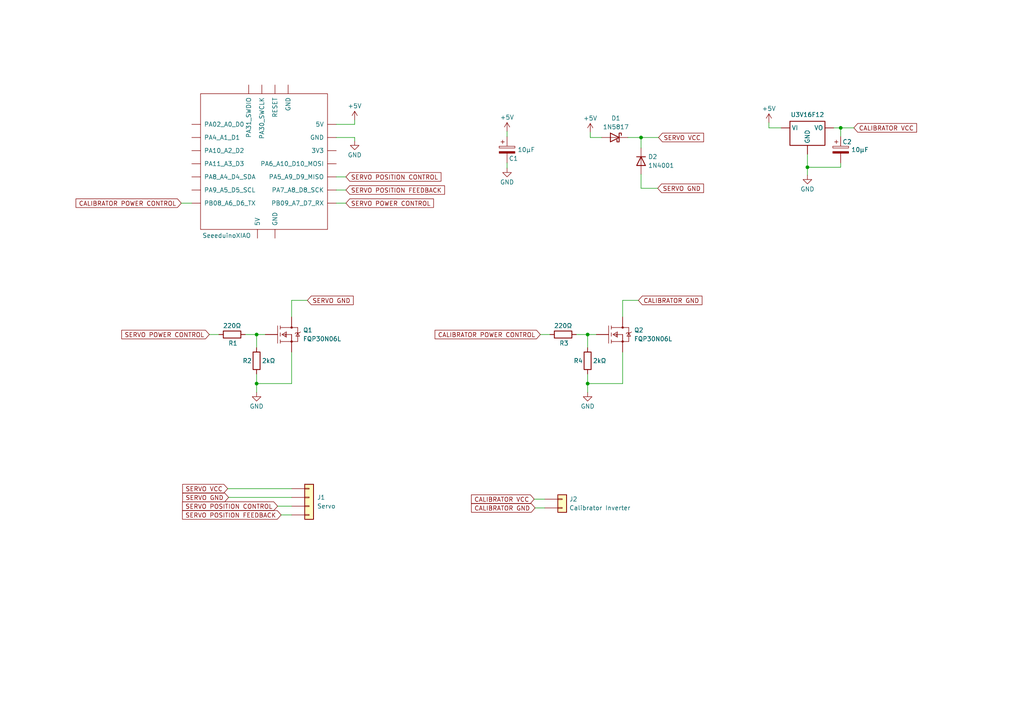
<source format=kicad_sch>
(kicad_sch (version 20230121) (generator eeschema)
  (paper "A4")
  (title_block (title "Telescope Cover & Spectral Calibrator") (date "2024-04-20") (rev "1.0") (company "Dark Sky Geek") (comment 3 "License: MIT") (comment 4 "Author: Julien Lecomte"))
  (lib_symbols
    (symbol "Connector_Generic:Conn_01x02" (pin_numbers hide) (pin_names (offset 1.016) hide)
      (property "Reference" "J" (at 0 2.54 0))
      (property "Value" "Conn_01x02" (at 0 -5.08 0))
      (symbol "Conn_01x02_1_1"
        (rectangle (start -1.27 -2.413) (end 0 -2.667) (stroke (width 0.1524)))
        (rectangle (start -1.27 0.127) (end 0 -0.127) (stroke (width 0.1524)))
        (rectangle (start -1.27 1.27) (end 1.27 -3.81) (stroke (width 0.254)) (fill (type background)))
        (pin passive line (at -5.08 0 0) (length 3.81) (name "Pin_1") (number "1"))
        (pin passive line (at -5.08 -2.54 0) (length 3.81) (name "Pin_2") (number "2"))
      )
    )
    (symbol "Connector_Generic:Conn_01x04" (pin_numbers hide) (pin_names (offset 1.016) hide)
      (property "Reference" "J" (at 0 5.08 0))
      (property "Value" "Conn_01x04" (at 0 -7.62 0))
      (symbol "Conn_01x04_1_1"
        (rectangle (start -1.27 -4.953) (end 0 -5.207) (stroke (width 0.1524)))
        (rectangle (start -1.27 -2.413) (end 0 -2.667) (stroke (width 0.1524)))
        (rectangle (start -1.27 0.127) (end 0 -0.127) (stroke (width 0.1524)))
        (rectangle (start -1.27 2.667) (end 0 2.413) (stroke (width 0.1524)))
        (rectangle (start -1.27 3.81) (end 1.27 -6.35) (stroke (width 0.254)) (fill (type background)))
        (pin passive line (at -5.08 2.54 0) (length 3.81) (name "Pin_1") (number "1"))
        (pin passive line (at -5.08 0 0) (length 3.81) (name "Pin_2") (number "2"))
        (pin passive line (at -5.08 -2.54 0) (length 3.81) (name "Pin_3") (number "3"))
        (pin passive line (at -5.08 -5.08 0) (length 3.81) (name "Pin_4") (number "4"))
      )
    )
    (symbol "DarkSkyGeek_KiCad_Symbol_Library:FQP30N06L" (pin_numbers hide) (pin_names (offset 1.016) hide)
      (property "Reference" "Q" (at 0 7.62 0))
      (property "Value" "FQP30N06L" (at 0 10.16 0))
      (symbol "FQP30N06L_1_1"
        (polyline (pts (xy 6.096 -2.54) (xy 6.096 2.54)))
        (polyline (pts (xy 6.858 -2.032) (xy 10.16 -2.032)))
        (polyline (pts (xy 6.858 -1.524) (xy 6.858 -2.54)))
        (polyline (pts (xy 6.858 0.508) (xy 6.858 -0.508)))
        (polyline (pts (xy 6.858 1.524) (xy 6.858 2.54)))
        (polyline (pts (xy 6.858 2.032) (xy 10.16 2.032)))
        (polyline (pts (xy 7.366 0) (xy 8.636 -0.762)))
        (polyline (pts (xy 7.366 0) (xy 8.636 0.762)))
        (polyline (pts (xy 7.62 0) (xy 10.16 0)))
        (polyline (pts (xy 8.382 0.254) (xy 8.382 -0.508)))
        (polyline (pts (xy 8.636 0.762) (xy 8.636 -0.762)))
        (polyline (pts (xy 10.16 -2.032) (xy 11.938 -2.032)))
        (polyline (pts (xy 11.43 -0.508) (xy 12.446 -0.508)))
        (polyline (pts (xy 11.43 0.508) (xy 11.176 0.254)))
        (polyline (pts (xy 11.938 -2.032) (xy 11.938 2.032)))
        (polyline (pts (xy 11.938 0.508) (xy 11.43 -0.508)))
        (polyline (pts (xy 11.938 0.508) (xy 11.43 0.508)))
        (polyline (pts (xy 11.938 0.508) (xy 12.446 0.508)))
        (polyline (pts (xy 11.938 2.032) (xy 10.16 2.032)))
        (polyline (pts (xy 12.446 -0.508) (xy 11.938 0.508)))
        (polyline (pts (xy 12.446 0.508) (xy 12.7 0.762)))
        (circle (center 10.16 -2.032) (radius 0.254))
        (circle (center 10.16 2.032) (radius 0.254))
        (pin unspecified line (at 2.54 0 0) (length 3.556) (name "G") (number "1"))
        (pin unspecified line (at 10.16 5.08 270) (length 3.048) (name "D") (number "2"))
        (pin unspecified line (at 10.16 -5.08 90) (length 5.08) (name "S") (number "3"))
      )
    )
    (symbol "DarkSkyGeek_KiCad_Symbol_Library:U3V16F12" (pin_numbers hide)
      (property "Reference" "U" (at 6.35 -3.302 0))
      (property "Value" "U3V16F12" (at 7.62 -7.62 0))
      (symbol "U3V16F12_1_1"
        (rectangle (start -5.08 1.905) (end 5.08 -5.08) (stroke (width 0.254)))
        (pin power_in line (at -7.62 0 0) (length 2.54) (name "VI") (number "1"))
        (pin passive line (at 0 -7.62 90) (length 2.54) (name "GND") (number "2"))
        (pin power_out line (at 7.62 0 180) (length 2.54) (name "VO") (number "3"))
      )
    )
    (symbol "Device:C_Polarized" (pin_numbers hide) (pin_names (offset 0.254))
      (property "Reference" "C" (at 0.635 2.54 0))
      (property "Value" "C_Polarized" (at 0.635 -2.54 0))
      (symbol "C_Polarized_0_1"
        (rectangle (start -2.286 0.508) (end 2.286 1.016))
        (polyline (pts (xy -1.778 2.286) (xy -0.762 2.286)))
        (polyline (pts (xy -1.27 2.794) (xy -1.27 1.778)))
        (rectangle (start 2.286 -0.508) (end -2.286 -1.016) (fill (type outline)))
      )
      (symbol "C_Polarized_1_1"
        (pin passive line (at 0 3.81 270) (length 2.794) (name "~") (number "1"))
        (pin passive line (at 0 -3.81 90) (length 2.794) (name "~") (number "2"))
      )
    )
    (symbol "Device:R" (pin_numbers hide) (pin_names (offset 0))
      (property "Reference" "R" (at 2.032 0 90))
      (property "Value" "R" (at 0 0 90))
      (symbol "R_0_1"
        (rectangle (start -1.016 -2.54) (end 1.016 2.54) (stroke (width 0.254)))
      )
      (symbol "R_1_1"
        (pin passive line (at 0 3.81 270) (length 1.27) (name "~") (number "1"))
        (pin passive line (at 0 -3.81 90) (length 1.27) (name "~") (number "2"))
      )
    )
    (symbol "Diode:1N4001" (pin_numbers hide) (pin_names hide)
      (property "Reference" "D" (at 0 2.54 0))
      (property "Value" "1N4001" (at 0 -2.54 0))
      (symbol "1N4001_0_1"
        (polyline (pts (xy -1.27 1.27) (xy -1.27 -1.27)) (stroke (width 0.254)))
        (polyline (pts (xy 1.27 0) (xy -1.27 0)))
        (polyline (pts (xy 1.27 1.27) (xy 1.27 -1.27) (xy -1.27 0) (xy 1.27 1.27)) (stroke (width 0.254)))
      )
      (symbol "1N4001_1_1"
        (pin passive line (at -3.81 0 0) (length 2.54) (name "K") (number "1"))
        (pin passive line (at 3.81 0 180) (length 2.54) (name "A") (number "2"))
      )
    )
    (symbol "Diode:1N5817" (pin_numbers hide) (pin_names (offset 1.016) hide)
      (property "Reference" "D" (at 0 2.54 0))
      (property "Value" "1N5817" (at 0 -2.54 0))
      (symbol "1N5817_0_1"
        (polyline (pts (xy 1.27 0) (xy -1.27 0)))
        (polyline (pts (xy 1.27 1.27) (xy 1.27 -1.27) (xy -1.27 0) (xy 1.27 1.27)) (stroke (width 0.254)))
        (polyline (pts (xy -1.905 0.635) (xy -1.905 1.27) (xy -1.27 1.27) (xy -1.27 -1.27) (xy -0.635 -1.27) (xy -0.635 -0.635)) (stroke (width 0.254)))
      )
      (symbol "1N5817_1_1"
        (pin passive line (at -3.81 0 0) (length 2.54) (name "K") (number "1"))
        (pin passive line (at 3.81 0 180) (length 2.54) (name "A") (number "2"))
      )
    )
    (symbol "Seeeduino XIAO:SeeeduinoXIAO" (pin_numbers hide) (pin_names (offset 1.016))
      (property "Value" "SeeeduinoXIAO" (at -18.542 -20.828 0))
      (symbol "SeeeduinoXIAO_0_1"
        (rectangle (start -19.05 20.32) (end 17.78 -19.05))
      )
      (symbol "SeeeduinoXIAO_1_1"
        (pin unspecified line (at -21.59 11.43 0) (length 2.54) (name "PA02_A0_D0") (number "1"))
        (pin unspecified line (at 20.32 -3.81 180) (length 2.54) (name "PA5_A9_D9_MISO") (number "10"))
        (pin unspecified line (at 20.32 0 180) (length 2.54) (name "PA6_A10_D10_MOSI") (number "11"))
        (pin unspecified line (at 20.32 3.81 180) (length 2.54) (name "3V3") (number "12"))
        (pin unspecified line (at 20.32 7.62 180) (length 2.54) (name "GND") (number "13"))
        (pin unspecified line (at 20.32 11.43 180) (length 2.54) (name "5V") (number "14"))
        (pin input line (at -2.54 -21.59 90) (length 2.54) (name "5V") (number "15"))
        (pin input line (at 2.54 -21.59 90) (length 2.54) (name "GND") (number "16"))
        (pin input line (at -5.08 22.86 270) (length 2.54) (name "PA31_SWDIO") (number "17"))
        (pin input line (at -1.27 22.86 270) (length 2.54) (name "PA30_SWCLK") (number "18"))
        (pin input line (at 2.54 22.86 270) (length 2.54) (name "RESET") (number "19"))
        (pin unspecified line (at -21.59 7.62 0) (length 2.54) (name "PA4_A1_D1") (number "2"))
        (pin input line (at 6.35 22.86 270) (length 2.54) (name "GND") (number "20"))
        (pin unspecified line (at -21.59 3.81 0) (length 2.54) (name "PA10_A2_D2") (number "3"))
        (pin unspecified line (at -21.59 0 0) (length 2.54) (name "PA11_A3_D3") (number "4"))
        (pin unspecified line (at -21.59 -3.81 0) (length 2.54) (name "PA8_A4_D4_SDA") (number "5"))
        (pin unspecified line (at -21.59 -7.62 0) (length 2.54) (name "PA9_A5_D5_SCL") (number "6"))
        (pin unspecified line (at -21.59 -11.43 0) (length 2.54) (name "PB08_A6_D6_TX") (number "7"))
        (pin unspecified line (at 20.32 -11.43 180) (length 2.54) (name "PB09_A7_D7_RX") (number "8"))
        (pin unspecified line (at 20.32 -7.62 180) (length 2.54) (name "PA7_A8_D8_SCK") (number "9"))
      )
    )
    (symbol "power:+5V" (power) (pin_numbers hide) (pin_names (offset 0) hide)
      (property "Value" "+5V" (at 0 3.556 0))
      (symbol "+5V_0_1"
        (polyline (pts (xy -0.762 1.27) (xy 0 2.54)))
        (polyline (pts (xy 0 0) (xy 0 2.54)))
        (polyline (pts (xy 0 2.54) (xy 0.762 1.27)))
      )
      (symbol "+5V_1_1"
        (pin power_in line (at 0 0 90) (length 0) hide (name "+5V") (number "1"))
      )
    )
    (symbol "power:GND" (power) (pin_numbers hide) (pin_names (offset 0) hide)
      (property "Value" "GND" (at 0 -3.81 0))
      (symbol "GND_0_1"
        (polyline (pts (xy 0 0) (xy 0 -1.27) (xy 1.27 -1.27) (xy 0 -2.54) (xy -1.27 -1.27) (xy 0 -1.27)))
      )
      (symbol "GND_1_1"
        (pin power_in line (at 0 0 270) (length 0) hide (name "GND") (number "1"))
      )
    )
  )
  (junction (at 185.928 39.878))
  (junction (at 234.188 48.514))
  (junction (at 170.434 97.028))
  (junction (at 243.84 37.084))
  (junction (at 74.422 111.252))
  (junction (at 74.422 97.028))
  (junction (at 170.434 111.252))
  (wire (pts (xy 170.434 97.028) (xy 172.974 97.028)))
  (wire (pts (xy 234.188 48.514) (xy 234.188 50.8)))
  (wire (pts (xy 84.582 87.122) (xy 84.582 91.948)))
  (wire (pts (xy 89.154 87.122) (xy 84.582 87.122)))
  (wire (pts (xy 243.84 37.084) (xy 243.84 39.624)))
  (wire (pts (xy 74.422 97.028) (xy 76.962 97.028)))
  (wire (pts (xy 243.84 48.514) (xy 243.84 47.244)))
  (wire (pts (xy 171.196 38.354) (xy 171.196 39.878)))
  (wire (pts (xy 156.718 97.028) (xy 159.512 97.028)))
  (wire (pts (xy 102.87 36.068) (xy 102.87 34.798)))
  (wire (pts (xy 157.988 147.32) (xy 155.194 147.32)))
  (wire (pts (xy 243.84 37.084) (xy 247.65 37.084)))
  (wire (pts (xy 170.434 111.252) (xy 170.434 113.792)))
  (wire (pts (xy 74.422 97.028) (xy 74.422 100.838)))
  (wire (pts (xy 223.012 35.56) (xy 223.012 37.084)))
  (wire (pts (xy 84.582 102.108) (xy 84.582 111.252)))
  (wire (pts (xy 185.928 39.878) (xy 185.928 42.926)))
  (wire (pts (xy 180.594 87.122) (xy 180.594 91.948)))
  (wire (pts (xy 66.294 144.272) (xy 84.582 144.272)))
  (wire (pts (xy 97.536 58.928) (xy 100.33 58.928)))
  (wire (pts (xy 185.928 50.546) (xy 185.928 54.61)))
  (wire (pts (xy 80.518 146.812) (xy 84.582 146.812)))
  (wire (pts (xy 102.87 39.878) (xy 102.87 40.894)))
  (wire (pts (xy 243.84 48.514) (xy 234.188 48.514)))
  (wire (pts (xy 97.536 36.068) (xy 102.87 36.068)))
  (wire (pts (xy 170.434 97.028) (xy 170.434 100.838)))
  (wire (pts (xy 97.536 55.118) (xy 100.33 55.118)))
  (wire (pts (xy 180.594 111.252) (xy 170.434 111.252)))
  (wire (pts (xy 81.534 149.352) (xy 84.582 149.352)))
  (wire (pts (xy 170.434 108.458) (xy 170.434 111.252)))
  (wire (pts (xy 241.808 37.084) (xy 243.84 37.084)))
  (wire (pts (xy 74.422 111.252) (xy 74.422 113.792)))
  (wire (pts (xy 167.132 97.028) (xy 170.434 97.028)))
  (wire (pts (xy 234.188 44.704) (xy 234.188 48.514)))
  (wire (pts (xy 185.928 39.878) (xy 191.008 39.878)))
  (wire (pts (xy 180.594 102.108) (xy 180.594 111.252)))
  (wire (pts (xy 185.928 54.61) (xy 190.754 54.61)))
  (wire (pts (xy 97.536 39.878) (xy 102.87 39.878)))
  (wire (pts (xy 60.706 97.028) (xy 63.5 97.028)))
  (wire (pts (xy 147.066 47.244) (xy 147.066 48.768)))
  (wire (pts (xy 171.196 39.878) (xy 174.498 39.878)))
  (wire (pts (xy 223.012 37.084) (xy 226.568 37.084)))
  (wire (pts (xy 147.066 38.1) (xy 147.066 39.624)))
  (wire (pts (xy 182.118 39.878) (xy 185.928 39.878)))
  (wire (pts (xy 84.582 111.252) (xy 74.422 111.252)))
  (wire (pts (xy 154.94 144.78) (xy 157.988 144.78)))
  (wire (pts (xy 66.04 141.732) (xy 84.582 141.732)))
  (wire (pts (xy 74.422 108.458) (xy 74.422 111.252)))
  (wire (pts (xy 185.166 87.122) (xy 180.594 87.122)))
  (wire (pts (xy 52.578 58.928) (xy 55.626 58.928)))
  (wire (pts (xy 97.536 51.308) (xy 100.33 51.308)))
  (wire (pts (xy 71.12 97.028) (xy 74.422 97.028)))
  (global_label "SERVO GND" (shape input) (at 89.154 87.122 0) (property "Intersheetrefs" "${INTERSHEET_REFS}" (effects hide)))
  (global_label "CALIBRATOR VCC" (shape input) (at 247.65 37.084 0) (property "Intersheetrefs" "${INTERSHEET_REFS}" (effects hide)))
  (global_label "SERVO POWER CONTROL" (shape input) (at 100.33 58.928 0) (property "Intersheetrefs" "${INTERSHEET_REFS}" (effects hide)))
  (global_label "SERVO POSITION FEEDBACK" (shape input) (at 100.33 55.118 0) (property "Intersheetrefs" "${INTERSHEET_REFS}" (effects hide)))
  (global_label "SERVO VCC" (shape input) (at 191.008 39.878 0) (property "Intersheetrefs" "${INTERSHEET_REFS}" (effects hide)))
  (global_label "SERVO GND" (shape input) (at 66.294 144.272 180) (property "Intersheetrefs" "${INTERSHEET_REFS}" (effects hide)))
  (global_label "CALIBRATOR POWER CONTROL" (shape input) (at 52.578 58.928 180) (property "Intersheetrefs" "${INTERSHEET_REFS}" (effects hide)))
  (global_label "CALIBRATOR GND" (shape input) (at 155.194 147.32 180) (property "Intersheetrefs" "${INTERSHEET_REFS}" (effects hide)))
  (global_label "CALIBRATOR VCC" (shape input) (at 154.94 144.78 180) (property "Intersheetrefs" "${INTERSHEET_REFS}" (effects hide)))
  (global_label "SERVO POSITION CONTROL" (shape input) (at 80.518 146.812 180) (property "Intersheetrefs" "${INTERSHEET_REFS}" (effects hide)))
  (global_label "SERVO POSITION CONTROL" (shape input) (at 100.33 51.308 0) (property "Intersheetrefs" "${INTERSHEET_REFS}" (effects hide)))
  (global_label "CALIBRATOR GND" (shape input) (at 185.166 87.122 0) (property "Intersheetrefs" "${INTERSHEET_REFS}" (effects hide)))
  (global_label "SERVO VCC" (shape input) (at 66.04 141.732 180) (property "Intersheetrefs" "${INTERSHEET_REFS}" (effects hide)))
  (global_label "CALIBRATOR POWER CONTROL" (shape input) (at 156.718 97.028 180) (property "Intersheetrefs" "${INTERSHEET_REFS}" (effects hide)))
  (global_label "SERVO GND" (shape input) (at 190.754 54.61 0) (property "Intersheetrefs" "${INTERSHEET_REFS}" (effects hide)))
  (global_label "SERVO POSITION FEEDBACK" (shape input) (at 81.534 149.352 180) (property "Intersheetrefs" "${INTERSHEET_REFS}" (effects hide)))
  (global_label "SERVO POWER CONTROL" (shape input) (at 60.706 97.028 180) (property "Intersheetrefs" "${INTERSHEET_REFS}" (effects hide)))
  (symbol (lib_id "Diode:1N4001") (at 185.928 46.736 270) (unit 1)
    (property "Reference" "D2" (at 187.96 45.466 90) (effects (justify left)))
    (property "Value" "1N4001" (at 187.96 48.006 90) (effects (justify left)))
    (property "Footprint" "Diode_THT:D_DO-41_SOD81_P10.16mm_Horizontal" (effects hide))
    (property "Datasheet" "http://www.vishay.com/docs/88503/1n4001.pdf" (effects hide))
    (property "Sim.Device" "D" (effects hide))
    (property "Sim.Pins" "1=K 2=A" (effects hide))
  )
  (symbol (lib_id "Seeeduino XIAO:SeeeduinoXIAO") (at 77.216 47.498 0) (unit 1)
    (property "Reference" "U1" (effects hide))
    (property "Value" "SeeeduinoXIAO" (at 58.674 68.326 0) (effects (justify left)))
    (property "Footprint" "Seeeduino XIAO:Seeeduino XIAO-MOUDLE14P-2.54-21X17.8MM" (effects hide))
  )
  (symbol (lib_id "Device:R") (at 67.31 97.028 270) (unit 1)
    (property "Reference" "R1" (at 67.564 99.568 90))
    (property "Value" "220Ω" (at 67.31 94.488 90))
    (property "Footprint" "Resistor_THT:R_Axial_DIN0207_L6.3mm_D2.5mm_P10.16mm_Horizontal" (effects hide))
  )
  (symbol (lib_id "power:GND") (at 234.188 50.8 0) (unit 1)
    (property "Reference" "#PWR07" (effects hide))
    (property "Value" "GND" (at 234.188 54.864 0))
  )
  (symbol (lib_id "Device:R") (at 163.322 97.028 270) (unit 1)
    (property "Reference" "R3" (at 163.576 99.568 90))
    (property "Value" "220Ω" (at 163.322 94.488 90))
    (property "Footprint" "Resistor_THT:R_Axial_DIN0207_L6.3mm_D2.5mm_P10.16mm_Horizontal" (effects hide))
  )
  (symbol (lib_id "power:+5V") (at 171.196 38.354 0) (unit 1)
    (property "Reference" "#PWR03" (effects hide))
    (property "Value" "+5V" (at 171.196 34.29 0))
  )
  (symbol (lib_id "Diode:1N5817") (at 178.308 39.878 0) (mirror y) (unit 1)
    (property "Reference" "D1" (at 178.6255 34.29 0))
    (property "Value" "1N5817" (at 178.6255 36.83 0))
    (property "Footprint" "Diode_THT:D_DO-41_SOD81_P10.16mm_Horizontal" (effects hide))
    (property "Datasheet" "http://www.vishay.com/docs/88525/1n5817.pdf" (effects hide))
  )
  (symbol (lib_id "Device:R") (at 170.434 104.648 0) (unit 1)
    (property "Reference" "R4" (at 166.37 104.648 0) (effects (justify left)))
    (property "Value" "2kΩ" (at 171.958 104.648 0) (effects (justify left)))
    (property "Footprint" "Resistor_THT:R_Axial_DIN0207_L6.3mm_D2.5mm_P10.16mm_Horizontal" (effects hide))
  )
  (symbol (lib_id "power:GND") (at 147.066 48.768 0) (unit 1)
    (property "Reference" "#PWR05" (effects hide))
    (property "Value" "GND" (at 147.066 52.832 0))
  )
  (symbol (lib_id "power:GND") (at 102.87 40.894 0) (unit 1)
    (property "Reference" "#PWR01" (effects hide))
    (property "Value" "GND" (at 102.87 44.958 0))
  )
  (symbol (lib_id "Connector_Generic:Conn_01x04") (at 89.662 144.272 0) (unit 1)
    (property "Reference" "J1" (at 91.948 144.272 0) (effects (justify left)))
    (property "Value" "Servo" (at 91.948 146.812 0) (effects (justify left)))
    (property "Footprint" "Connector_PinHeader_2.54mm:PinHeader_1x04_P2.54mm_Vertical" (effects hide))
  )
  (symbol (lib_id "Device:C_Polarized") (at 147.066 43.434 0) (unit 1)
    (property "Reference" "C1" (at 147.574 45.974 0) (effects (justify left)))
    (property "Value" "10µF" (at 150.114 43.434 0) (effects (justify left)))
    (property "Footprint" "Capacitor_THT:CP_Radial_D5.0mm_P2.50mm" (effects hide))
  )
  (symbol (lib_id "Connector_Generic:Conn_01x02") (at 163.068 144.78 0) (unit 1)
    (property "Reference" "J2" (at 165.1 144.78 0) (effects (justify left)))
    (property "Value" "Calibrator Inverter" (at 165.1 147.32 0) (effects (justify left)))
    (property "Footprint" "Connector_JST:JST_XH_B2B-XH-A_1x02_P2.50mm_Vertical" (effects hide))
  )
  (symbol (lib_id "power:+5V") (at 223.012 35.56 0) (unit 1)
    (property "Reference" "#PWR08" (effects hide))
    (property "Value" "+5V" (at 223.012 31.496 0))
  )
  (symbol (lib_id "DarkSkyGeek_KiCad_Symbol_Library:FQP30N06L") (at 170.434 97.028 0) (unit 1)
    (property "Reference" "Q2" (at 183.896 95.758 0) (effects (justify left)))
    (property "Value" "FQP30N06L" (at 183.896 98.298 0) (effects (justify left)))
    (property "Footprint" "MyFootprints:FQP30N06L" (effects hide))
    (property "Datasheet" "https://www.fairchildsemi.com/datasheets/FQ/FQP30N06L.pdf" (effects hide))
    (property "category" "Trans" (effects hide))
    (property "category 20b3edb914a9fb74" "Uncategorized" (effects hide))
    (property "category 2f8ae2801e7ef44d" "Uncategorized" (effects hide))
    (property "category 3b27f62d0a3ae0e0" "Discretes (diodes, transistors, thyristors ...)" (effects hide))
    (property "category 6f04a20e5eeab4c3" "Uncategorized" (effects hide))
    (property "category 931f5e15a77d48d8" "Uncategorized" (effects hide))
    (property "category 9e07530daf1645c0" "Semiconductors and Actives" (effects hide))
    (property "category d77d1a77e69f0cba" "Transistors" (effects hide))
    (property "category e7b12abbd6523c76" "MOSFETs" (effects hide))
    (property "digikey description" "MOSFET N-CH 60V 32A TO-220" (effects hide))
    (property "digikey part number" "FQP30N06L-ND" (effects hide))
    (property "ipc land pattern name" "TO-220" (effects hide))
    (property "lead free" "yes" (effects hide))
    (property "library id" "4c4a158987b216aa" (effects hide))
    (property "manufacturer" "ON Semi" (effects hide))
    (property "mounting type" "through hole" (effects hide))
    (property "mouser part number" "512-FQP30N06L" (effects hide))
    (property "num pins" "3" (effects hide))
    (property "octopart part number" "d9a510aad9290662" (effects hide))
    (property "package" "TO-220" (effects hide))
    (property "rohs" "yes" (effects hide))
    (property "temperature range high" "+175°C" (effects hide))
    (property "temperature range low" "-55°C" (effects hide))
    (property "breakdown voltage drain to source" "60 V" (effects hide))
    (property "current rating" "32 A" (effects hide))
    (property "id continuous drain current" "32 A" (effects hide))
    (property "max breakdown voltage gate to source" "20 V" (effects hide))
    (property "min breakdown voltage gate to source" "-20 V" (effects hide))
    (property "polarity" "N-Channel" (effects hide))
    (property "power dissipation" "79 W" (effects hide))
    (property "rds drain to source resistance on" "27 mΩ" (effects hide))
    (property "vds drain to source voltage" "60 V" (effects hide))
    (property "voltage rating dc" "60 V" (effects hide))
  )
  (symbol (lib_id "Device:C_Polarized") (at 243.84 43.434 0) (unit 1)
    (property "Reference" "C2" (at 244.348 41.148 0) (effects (justify left)))
    (property "Value" "10µF" (at 246.888 43.434 0) (effects (justify left)))
    (property "Footprint" "Capacitor_THT:CP_Radial_D5.0mm_P2.50mm" (effects hide))
  )
  (symbol (lib_id "DarkSkyGeek_KiCad_Symbol_Library:U3V16F12") (at 234.188 37.084 0) (unit 1)
    (property "Reference" "U2" (effects hide))
    (property "Value" "U3V16F12" (at 234.188 33.274 0))
    (property "Footprint" "MyFootprints:U3V16F12" (effects hide))
  )
  (symbol (lib_id "power:GND") (at 74.422 113.792 0) (unit 1)
    (property "Reference" "#PWR06" (effects hide))
    (property "Value" "GND" (at 74.422 117.856 0))
  )
  (symbol (lib_id "power:GND") (at 170.434 113.792 0) (unit 1)
    (property "Reference" "#PWR09" (effects hide))
    (property "Value" "GND" (at 170.434 117.856 0))
  )
  (symbol (lib_id "DarkSkyGeek_KiCad_Symbol_Library:FQP30N06L") (at 74.422 97.028 0) (unit 1)
    (property "Reference" "Q1" (at 87.884 95.758 0) (effects (justify left)))
    (property "Value" "FQP30N06L" (at 87.884 98.298 0) (effects (justify left)))
    (property "Footprint" "MyFootprints:FQP30N06L" (effects hide))
    (property "Datasheet" "https://www.fairchildsemi.com/datasheets/FQ/FQP30N06L.pdf" (effects hide))
    (property "category" "Trans" (effects hide))
    (property "category 20b3edb914a9fb74" "Uncategorized" (effects hide))
    (property "category 2f8ae2801e7ef44d" "Uncategorized" (effects hide))
    (property "category 3b27f62d0a3ae0e0" "Discretes (diodes, transistors, thyristors ...)" (effects hide))
    (property "category 6f04a20e5eeab4c3" "Uncategorized" (effects hide))
    (property "category 931f5e15a77d48d8" "Uncategorized" (effects hide))
    (property "category 9e07530daf1645c0" "Semiconductors and Actives" (effects hide))
    (property "category d77d1a77e69f0cba" "Transistors" (effects hide))
    (property "category e7b12abbd6523c76" "MOSFETs" (effects hide))
    (property "digikey description" "MOSFET N-CH 60V 32A TO-220" (effects hide))
    (property "digikey part number" "FQP30N06L-ND" (effects hide))
    (property "ipc land pattern name" "TO-220" (effects hide))
    (property "lead free" "yes" (effects hide))
    (property "library id" "4c4a158987b216aa" (effects hide))
    (property "manufacturer" "ON Semi" (effects hide))
    (property "mounting type" "through hole" (effects hide))
    (property "mouser part number" "512-FQP30N06L" (effects hide))
    (property "num pins" "3" (effects hide))
    (property "octopart part number" "d9a510aad9290662" (effects hide))
    (property "package" "TO-220" (effects hide))
    (property "rohs" "yes" (effects hide))
    (property "temperature range high" "+175°C" (effects hide))
    (property "temperature range low" "-55°C" (effects hide))
    (property "breakdown voltage drain to source" "60 V" (effects hide))
    (property "current rating" "32 A" (effects hide))
    (property "id continuous drain current" "32 A" (effects hide))
    (property "max breakdown voltage gate to source" "20 V" (effects hide))
    (property "min breakdown voltage gate to source" "-20 V" (effects hide))
    (property "polarity" "N-Channel" (effects hide))
    (property "power dissipation" "79 W" (effects hide))
    (property "rds drain to source resistance on" "27 mΩ" (effects hide))
    (property "vds drain to source voltage" "60 V" (effects hide))
    (property "voltage rating dc" "60 V" (effects hide))
  )
  (symbol (lib_id "power:+5V") (at 102.87 34.798 0) (unit 1)
    (property "Reference" "#PWR02" (effects hide))
    (property "Value" "+5V" (at 102.87 30.734 0))
  )
  (symbol (lib_id "power:+5V") (at 147.066 38.1 0) (unit 1)
    (property "Reference" "#PWR04" (effects hide))
    (property "Value" "+5V" (at 147.066 34.036 0))
  )
  (symbol (lib_id "Device:R") (at 74.422 104.648 0) (unit 1)
    (property "Reference" "R2" (at 70.358 104.648 0) (effects (justify left)))
    (property "Value" "2kΩ" (at 75.946 104.648 0) (effects (justify left)))
    (property "Footprint" "Resistor_THT:R_Axial_DIN0207_L6.3mm_D2.5mm_P10.16mm_Horizontal" (effects hide))
  )
)
</source>
